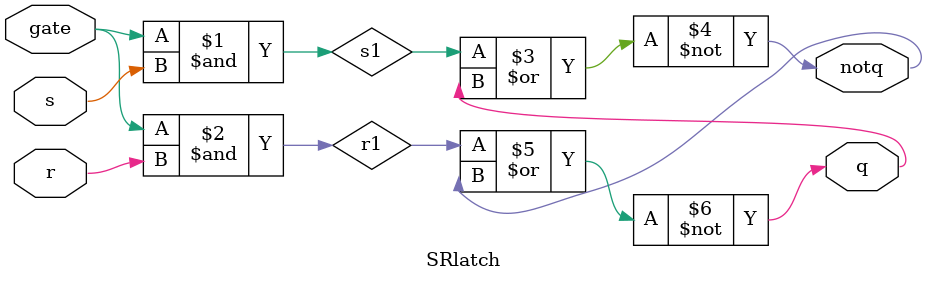
<source format=v>
module DFlipFlop(q, notq, clk, d);
   output q;
   output notq;
   input  clk;
   input  d;

   wire   cn;   // Control input to the D latch.
   wire   cnn;  // Control input to the SR latch.
   wire   dq;   // Output from the D latch, input to the gated SR latch.
   wire   dqn;  // Output from the D latch, input to the gated SR latch.
   
   not(cn, clk);
   not(cnn, cn);   
   Dlatch dl(dq, dqn, cn, d);
   SRlatch sr(q, notq, cnn, dq, dqn);   
endmodule

module Dlatch(q, notq, gate, d);
   output q;
   output notq;
   input  gate;   
   input  d;

   wire   notd;
   wire   d1;
   wire   notd1;

   not(notd, d);   
   and(d1, gate, d);
   and(notd1, gate, notd);   
   nor(notq, d1, q);
   nor(q, notd1, notq);
endmodule

module SRlatch(q, notq, gate, s, r);
   output q;
   output notq;
   input  gate;   
   input  s;
   input  r;

   wire   s1;
   wire   r1;
   
   and(s1, gate, s);
   and(r1, gate, r);   
   nor(notq, s1, q);
   nor(q, r1, notq);
endmodule
</source>
